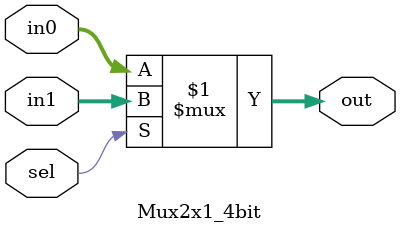
<source format=v>
module Mux2x1_4bit (
    input [3:0] in0,     // 4-bit input 0
    input [3:0] in1,     // 4-bit input 1
    input sel,           // Select signal
    output [3:0] out     // 4-bit output
);

    assign out = (sel) ? in1 : in0;   // If sel=1, choose in1; if sel=0, choose in0

endmodule

</source>
